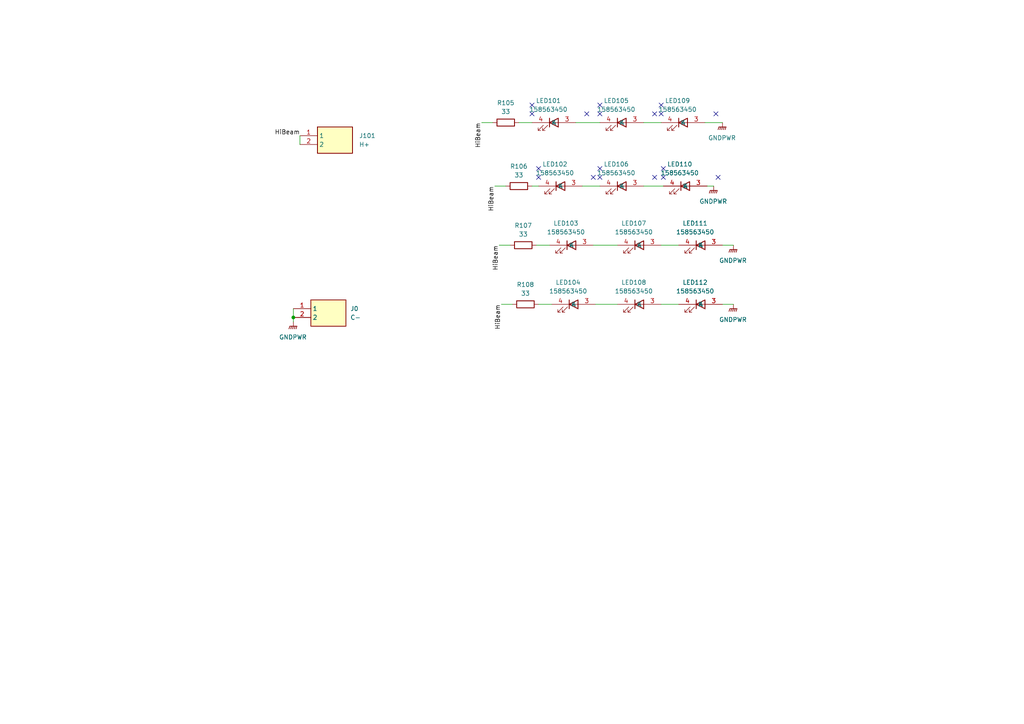
<source format=kicad_sch>
(kicad_sch (version 20211123) (generator eeschema)
  (paper "A4")
  (lib_symbols
    (symbol "19705-4303_1"
      (property "Reference" "J?" (at 16.51 7.62 0))
      (property "Value" "19705-4303_1" (at 16.51 5.08 0))
      (symbol "19705-4303_1_1_1"
        (rectangle (start 5.08 2.54) (end 15.24 -5.08) (stroke (width 0.254)) (fill (type background)))
        (pin passive line (at 0 0 0) (length 5.08) (name "1") (number "1"))
        (pin passive line (at 0 -2.54 0) (length 5.08) (name "2") (number "2"))
      )
    )
    (symbol "Device:R" (pin_numbers hide) (pin_names (offset 0))
      (property "Reference" "R" (at 2.032 0 90))
      (property "Value" "R" (at 0 0 90))
      (symbol "R_0_1"
        (rectangle (start -1.016 -2.54) (end 1.016 2.54) (stroke (width 0.254)))
      )
      (symbol "R_1_1"
        (pin passive line (at 0 3.81 270) (length 1.27) (name "~") (number "1"))
        (pin passive line (at 0 -3.81 90) (length 1.27) (name "~") (number "2"))
      )
    )
    (symbol "SpadeLugs:19705-4303"
      (property "Value" "19705-4303" (at 0 0 0))
      (property "Reference_1" "J" (at 16.51 7.62 0))
      (property "Value_1" "19705-4303" (at 16.51 5.08 0))
      (symbol "19705-4303_1_1"
        (rectangle (start 5.08 2.54) (end 15.24 -5.08) (stroke (width 0.254)) (fill (type background)))
        (pin passive line (at 0 0 0) (length 5.08) (name "1") (number "1"))
        (pin passive line (at 0 -2.54 0) (length 5.08) (name "2") (number "2"))
      )
    )
    (symbol "WhiteLEDS:158563450"
      (property "Reference" "LED?" (at 0 0 0))
      (property "Value" "158563450" (at 1.27 1.905 0))
      (symbol "158563450_0_1"
        (polyline (pts (xy 5.08 -6.35) (xy 5.08 -3.81)) (stroke (width 0.254)))
        (polyline (pts (xy 5.08 -5.08) (xy 7.62 -5.08)))
        (polyline (pts (xy 7.62 -6.35) (xy 7.62 -3.81) (xy 5.08 -5.08) (xy 7.62 -6.35)) (stroke (width 0.254)))
        (polyline (pts (xy 3.302 -5.842) (xy 1.778 -7.366) (xy 2.54 -7.366) (xy 1.778 -7.366) (xy 1.778 -6.604)))
        (polyline (pts (xy 4.572 -5.842) (xy 3.048 -7.366) (xy 3.81 -7.366) (xy 3.048 -7.366) (xy 3.048 -6.604)))
      )
      (symbol "158563450_1_1"
        (pin passive line (at 0 0 0) (length 5.08) hide (name "NC_1") (number "1"))
        (pin passive line (at 0 -2.54 0) (length 5.08) hide (name "NC_2") (number "2"))
        (pin passive line (at 12.7 -5.08 180) (length 5.08) (name "A") (number "3"))
        (pin passive line (at 0 -5.08 0) (length 5.08) (name "K") (number "4"))
        (pin passive line (at 15.875 -2.54 180) (length 5.08) hide (name "NC_3") (number "5"))
      )
    )
    (symbol "power:GNDPWR" (power) (pin_names (offset 0))
      (property "Value" "GNDPWR" (at 0 -3.302 0))
      (symbol "GNDPWR_0_1"
        (polyline (pts (xy 0 -1.27) (xy 0 0)))
        (polyline (pts (xy -1.016 -1.27) (xy -1.27 -2.032) (xy -1.27 -2.032)) (stroke (width 0.2032)))
        (polyline (pts (xy -0.508 -1.27) (xy -0.762 -2.032) (xy -0.762 -2.032)) (stroke (width 0.2032)))
        (polyline (pts (xy 0 -1.27) (xy -0.254 -2.032) (xy -0.254 -2.032)) (stroke (width 0.2032)))
        (polyline (pts (xy 0.508 -1.27) (xy 0.254 -2.032) (xy 0.254 -2.032)) (stroke (width 0.2032)))
        (polyline (pts (xy 1.016 -1.27) (xy -1.016 -1.27) (xy -1.016 -1.27)) (stroke (width 0.2032)))
        (polyline (pts (xy 1.016 -1.27) (xy 0.762 -2.032) (xy 0.762 -2.032) (xy 0.762 -2.032)) (stroke (width 0.2032)))
      )
      (symbol "GNDPWR_1_1"
        (pin power_in line (at 0 0 270) (length 0) hide (name "GNDPWR") (number "1"))
      )
    )
  )
  (junction (at 85.09 92.075))
  (no_connect (at 156.21 51.435))
  (no_connect (at 154.305 30.48))
  (no_connect (at 189.865 51.435))
  (no_connect (at 172.085 51.435))
  (no_connect (at 173.99 30.48))
  (no_connect (at 192.405 48.895))
  (no_connect (at 192.405 51.435))
  (no_connect (at 207.645 33.02))
  (no_connect (at 173.99 48.895))
  (no_connect (at 173.99 51.435))
  (no_connect (at 154.305 33.02))
  (no_connect (at 208.28 51.435))
  (no_connect (at 170.18 33.02))
  (no_connect (at 191.77 33.02))
  (no_connect (at 156.21 48.895))
  (no_connect (at 173.99 33.02))
  (no_connect (at 191.77 30.48))
  (no_connect (at 189.865 33.02))
  (wire (pts (xy 204.47 35.56) (xy 209.55 35.56)))
  (wire (pts (xy 154.305 53.975) (xy 156.21 53.975)))
  (wire (pts (xy 156.21 88.265) (xy 160.02 88.265)))
  (wire (pts (xy 205.105 53.975) (xy 207.01 53.975)))
  (wire (pts (xy 209.55 88.265) (xy 212.725 88.265)))
  (wire (pts (xy 209.55 71.12) (xy 212.725 71.12)))
  (wire (pts (xy 86.995 39.37) (xy 86.995 41.91)))
  (wire (pts (xy 155.575 71.12) (xy 159.385 71.12)))
  (wire (pts (xy 143.51 53.975) (xy 146.685 53.975)))
  (wire (pts (xy 150.495 35.56) (xy 154.305 35.56)))
  (wire (pts (xy 85.09 89.535) (xy 85.09 92.075)))
  (wire (pts (xy 139.7 35.56) (xy 142.875 35.56)))
  (wire (pts (xy 172.72 88.265) (xy 179.07 88.265)))
  (wire (pts (xy 191.77 71.12) (xy 196.85 71.12)))
  (wire (pts (xy 186.69 53.975) (xy 192.405 53.975)))
  (wire (pts (xy 172.085 71.12) (xy 179.07 71.12)))
  (wire (pts (xy 85.09 92.075) (xy 85.09 93.345)))
  (wire (pts (xy 191.77 88.265) (xy 196.85 88.265)))
  (wire (pts (xy 168.91 53.975) (xy 173.99 53.975)))
  (wire (pts (xy 144.78 71.12) (xy 147.955 71.12)))
  (wire (pts (xy 186.69 35.56) (xy 191.77 35.56)))
  (wire (pts (xy 145.415 88.265) (xy 148.59 88.265)))
  (wire (pts (xy 167.005 35.56) (xy 173.99 35.56)))
  (label "HiBeam" (at 139.7 35.56 270))
  (label "HiBeam" (at 145.415 88.265 270))
  (label "HiBeam" (at 144.78 71.12 270))
  (label "HiBeam" (at 86.995 39.37 180))
  (label "HiBeam" (at 143.51 53.975 270))
  (symbol (lib_id "Device:R") (at 150.495 53.975 90) (unit 1)
    (property "Reference" "R106" (at 150.495 48.26 90))
    (property "Value" "33" (at 150.495 50.8 90))
    (property "Footprint" "Resistor_SMD:R_2010_5025Metric" (effects hide))
    (property "Mouser Part Number" "652-CR2010-JW-330ELF" (effects hide))
  )
  (symbol (lib_id "WhiteLEDS:158563450") (at 154.305 30.48 0) (unit 1)
    (property "Reference" "LED101" (at 159.0675 29.21 0))
    (property "Value" "158563450" (at 159.0675 31.75 0))
    (property "Footprint" "HiPowerLEDS:158563450" (effects hide))
    (property "Datasheet" "https://datasheet.datasheetarchive.com/originals/distributors/DKDS-9/166243.pdf" (effects hide))
    (property "Height" "0.9" (effects hide))
    (property "Mouser Part Number" "710-158563450" (effects hide))
    (property "Mouser Price/Stock" "https://www.mouser.co.uk/ProductDetail/Wurth-Elektronik/158563450?qs=LlUlMxKIyB0cJrgBz8qjnw%3D%3D" (effects hide))
    (property "Manufacturer_Name" "Wurth Elektronik" (effects hide))
    (property "Manufacturer_Part_Number" "158563450" (effects hide))
  )
  (symbol (lib_id "power:GNDPWR") (at 85.09 93.345 0) (unit 1)
    (property "Reference" "#PWR0101" (effects hide))
    (property "Value" "GNDPWR" (at 84.963 97.79 0))
  )
  (symbol (lib_id "Device:R") (at 146.685 35.56 90) (unit 1)
    (property "Reference" "R105" (at 146.685 29.845 90))
    (property "Value" "33" (at 146.685 32.385 90))
    (property "Footprint" "Resistor_SMD:R_2010_5025Metric" (effects hide))
    (property "Mouser Part Number" "652-CR2010-JW-330ELF" (effects hide))
  )
  (symbol (lib_id "power:GNDPWR") (at 209.55 35.56 0) (unit 1)
    (property "Reference" "#PWR0102" (effects hide))
    (property "Value" "GNDPWR" (at 209.423 40.005 0))
  )
  (symbol (lib_name "19705-4303_1") (lib_id "SpadeLugs:19705-4303") (at 86.995 39.37 0) (unit 1)
    (property "Reference" "J101" (at 104.14 39.3699 0) (effects (justify left)))
    (property "Value" "H+" (at 104.14 41.9099 0) (effects (justify left)))
    (property "Footprint" "SpadeLugs:197054303" (effects hide))
    (property "Datasheet" "https://www.molex.com/pdm_docs/sd/197054303_sd.pdf" (effects hide))
    (property "Height" "10.29" (effects hide))
    (property "Mouser Part Number" "538-19705-4303" (effects hide))
    (property "Mouser Price/Stock" "https://www.mouser.co.uk/ProductDetail/Molex/19705-4303?qs=wUVoC1r15A95qxZWcZMf%252Bw%3D%3D" (effects hide))
    (property "Manufacturer_Name" "Molex" (effects hide))
    (property "Manufacturer_Part_Number" "19705-4303" (effects hide))
  )
  (symbol (lib_id "WhiteLEDS:158563450") (at 156.21 48.895 0) (unit 1)
    (property "Reference" "LED102" (at 160.9725 47.625 0))
    (property "Value" "158563450" (at 160.9725 50.165 0))
    (property "Footprint" "HiPowerLEDS:158563450" (effects hide))
    (property "Datasheet" "https://datasheet.datasheetarchive.com/originals/distributors/DKDS-9/166243.pdf" (effects hide))
    (property "Height" "0.9" (effects hide))
    (property "Mouser Part Number" "710-158563450" (effects hide))
    (property "Mouser Price/Stock" "https://www.mouser.co.uk/ProductDetail/Wurth-Elektronik/158563450?qs=LlUlMxKIyB0cJrgBz8qjnw%3D%3D" (effects hide))
    (property "Manufacturer_Name" "Wurth Elektronik" (effects hide))
    (property "Manufacturer_Part_Number" "158563450" (effects hide))
  )
  (symbol (lib_id "WhiteLEDS:158563450") (at 196.85 66.04 0) (unit 1)
    (property "Reference" "LED111" (at 201.6125 64.77 0))
    (property "Value" "158563450" (at 201.6125 67.31 0))
    (property "Footprint" "HiPowerLEDS:158563450" (effects hide))
    (property "Datasheet" "https://datasheet.datasheetarchive.com/originals/distributors/DKDS-9/166243.pdf" (effects hide))
    (property "Height" "0.9" (effects hide))
    (property "Mouser Part Number" "710-158563450" (effects hide))
    (property "Mouser Price/Stock" "https://www.mouser.co.uk/ProductDetail/Wurth-Elektronik/158563450?qs=LlUlMxKIyB0cJrgBz8qjnw%3D%3D" (effects hide))
    (property "Manufacturer_Name" "Wurth Elektronik" (effects hide))
    (property "Manufacturer_Part_Number" "158563450" (effects hide))
  )
  (symbol (lib_id "Device:R") (at 152.4 88.265 90) (unit 1)
    (property "Reference" "R108" (at 152.4 82.55 90))
    (property "Value" "33" (at 152.4 85.09 90))
    (property "Footprint" "Resistor_SMD:R_2010_5025Metric" (effects hide))
    (property "Mouser Part Number" "652-CR2010-JW-330ELF" (effects hide))
  )
  (symbol (lib_id "WhiteLEDS:158563450") (at 159.385 66.04 0) (unit 1)
    (property "Reference" "LED103" (at 164.1475 64.77 0))
    (property "Value" "158563450" (at 164.1475 67.31 0))
    (property "Footprint" "HiPowerLEDS:158563450" (effects hide))
    (property "Datasheet" "https://datasheet.datasheetarchive.com/originals/distributors/DKDS-9/166243.pdf" (effects hide))
    (property "Height" "0.9" (effects hide))
    (property "Mouser Part Number" "710-158563450" (effects hide))
    (property "Mouser Price/Stock" "https://www.mouser.co.uk/ProductDetail/Wurth-Elektronik/158563450?qs=LlUlMxKIyB0cJrgBz8qjnw%3D%3D" (effects hide))
    (property "Manufacturer_Name" "Wurth Elektronik" (effects hide))
    (property "Manufacturer_Part_Number" "158563450" (effects hide))
  )
  (symbol (lib_id "power:GNDPWR") (at 212.725 71.12 0) (unit 1)
    (property "Reference" "#PWR0104" (effects hide))
    (property "Value" "GNDPWR" (at 212.598 75.565 0))
  )
  (symbol (lib_id "Device:R") (at 151.765 71.12 90) (unit 1)
    (property "Reference" "R107" (at 151.765 65.405 90))
    (property "Value" "33" (at 151.765 67.945 90))
    (property "Footprint" "Resistor_SMD:R_2010_5025Metric" (effects hide))
    (property "Mouser Part Number" "652-CR2010-JW-330ELF" (effects hide))
  )
  (symbol (lib_id "WhiteLEDS:158563450") (at 179.07 66.04 0) (unit 1)
    (property "Reference" "LED107" (at 183.8325 64.77 0))
    (property "Value" "158563450" (at 183.8325 67.31 0))
    (property "Footprint" "HiPowerLEDS:158563450" (effects hide))
    (property "Datasheet" "https://datasheet.datasheetarchive.com/originals/distributors/DKDS-9/166243.pdf" (effects hide))
    (property "Height" "0.9" (effects hide))
    (property "Mouser Part Number" "710-158563450" (effects hide))
    (property "Mouser Price/Stock" "https://www.mouser.co.uk/ProductDetail/Wurth-Elektronik/158563450?qs=LlUlMxKIyB0cJrgBz8qjnw%3D%3D" (effects hide))
    (property "Manufacturer_Name" "Wurth Elektronik" (effects hide))
    (property "Manufacturer_Part_Number" "158563450" (effects hide))
  )
  (symbol (lib_id "WhiteLEDS:158563450") (at 160.02 83.185 0) (unit 1)
    (property "Reference" "LED104" (at 164.7825 81.915 0))
    (property "Value" "158563450" (at 164.7825 84.455 0))
    (property "Footprint" "HiPowerLEDS:158563450" (effects hide))
    (property "Datasheet" "https://datasheet.datasheetarchive.com/originals/distributors/DKDS-9/166243.pdf" (effects hide))
    (property "Height" "0.9" (effects hide))
    (property "Mouser Part Number" "710-158563450" (effects hide))
    (property "Mouser Price/Stock" "https://www.mouser.co.uk/ProductDetail/Wurth-Elektronik/158563450?qs=LlUlMxKIyB0cJrgBz8qjnw%3D%3D" (effects hide))
    (property "Manufacturer_Name" "Wurth Elektronik" (effects hide))
    (property "Manufacturer_Part_Number" "158563450" (effects hide))
  )
  (symbol (lib_id "WhiteLEDS:158563450") (at 191.77 30.48 0) (unit 1)
    (property "Reference" "LED109" (at 196.5325 29.21 0))
    (property "Value" "158563450" (at 196.5325 31.75 0))
    (property "Footprint" "HiPowerLEDS:158563450" (effects hide))
    (property "Datasheet" "https://datasheet.datasheetarchive.com/originals/distributors/DKDS-9/166243.pdf" (effects hide))
    (property "Height" "0.9" (effects hide))
    (property "Mouser Part Number" "710-158563450" (effects hide))
    (property "Mouser Price/Stock" "https://www.mouser.co.uk/ProductDetail/Wurth-Elektronik/158563450?qs=LlUlMxKIyB0cJrgBz8qjnw%3D%3D" (effects hide))
    (property "Manufacturer_Name" "Wurth Elektronik" (effects hide))
    (property "Manufacturer_Part_Number" "158563450" (effects hide))
  )
  (symbol (lib_id "power:GNDPWR") (at 212.725 88.265 0) (unit 1)
    (property "Reference" "#PWR0105" (effects hide))
    (property "Value" "GNDPWR" (at 212.598 92.71 0))
  )
  (symbol (lib_id "WhiteLEDS:158563450") (at 196.85 83.185 0) (unit 1)
    (property "Reference" "LED112" (at 201.6125 81.915 0))
    (property "Value" "158563450" (at 201.6125 84.455 0))
    (property "Footprint" "HiPowerLEDS:158563450" (effects hide))
    (property "Datasheet" "https://datasheet.datasheetarchive.com/originals/distributors/DKDS-9/166243.pdf" (effects hide))
    (property "Height" "0.9" (effects hide))
    (property "Mouser Part Number" "710-158563450" (effects hide))
    (property "Mouser Price/Stock" "https://www.mouser.co.uk/ProductDetail/Wurth-Elektronik/158563450?qs=LlUlMxKIyB0cJrgBz8qjnw%3D%3D" (effects hide))
    (property "Manufacturer_Name" "Wurth Elektronik" (effects hide))
    (property "Manufacturer_Part_Number" "158563450" (effects hide))
  )
  (symbol (lib_id "WhiteLEDS:158563450") (at 173.99 30.48 0) (unit 1)
    (property "Reference" "LED105" (at 178.7525 29.21 0))
    (property "Value" "158563450" (at 178.7525 31.75 0))
    (property "Footprint" "HiPowerLEDS:158563450" (effects hide))
    (property "Datasheet" "https://datasheet.datasheetarchive.com/originals/distributors/DKDS-9/166243.pdf" (effects hide))
    (property "Height" "0.9" (effects hide))
    (property "Mouser Part Number" "710-158563450" (effects hide))
    (property "Mouser Price/Stock" "https://www.mouser.co.uk/ProductDetail/Wurth-Elektronik/158563450?qs=LlUlMxKIyB0cJrgBz8qjnw%3D%3D" (effects hide))
    (property "Manufacturer_Name" "Wurth Elektronik" (effects hide))
    (property "Manufacturer_Part_Number" "158563450" (effects hide))
  )
  (symbol (lib_id "WhiteLEDS:158563450") (at 173.99 48.895 0) (unit 1)
    (property "Reference" "LED106" (at 178.7525 47.625 0))
    (property "Value" "158563450" (at 178.7525 50.165 0))
    (property "Footprint" "HiPowerLEDS:158563450" (effects hide))
    (property "Datasheet" "https://datasheet.datasheetarchive.com/originals/distributors/DKDS-9/166243.pdf" (effects hide))
    (property "Height" "0.9" (effects hide))
    (property "Mouser Part Number" "710-158563450" (effects hide))
    (property "Mouser Price/Stock" "https://www.mouser.co.uk/ProductDetail/Wurth-Elektronik/158563450?qs=LlUlMxKIyB0cJrgBz8qjnw%3D%3D" (effects hide))
    (property "Manufacturer_Name" "Wurth Elektronik" (effects hide))
    (property "Manufacturer_Part_Number" "158563450" (effects hide))
  )
  (symbol (lib_id "SpadeLugs:19705-4303") (at 85.09 89.535 0) (unit 1)
    (property "Reference" "J0" (at 101.6 89.5349 0) (effects (justify left)))
    (property "Value" "C-" (at 101.6 92.0749 0) (effects (justify left)))
    (property "Footprint" "SpadeLugs:197054303" (effects hide))
    (property "Reference_1" "J" (effects hide))
    (property "Value_1" "19705-4303" (effects hide))
    (property "Footprint_1" "197054303" (effects hide))
    (property "Datasheet_1" "https://www.molex.com/pdm_docs/sd/197054303_sd.pdf" (effects hide))
    (property "Height" "10.29" (effects hide))
    (property "Mouser Part Number" "538-19705-4303" (effects hide))
    (property "Mouser Price/Stock" "https://www.mouser.co.uk/ProductDetail/Molex/19705-4303?qs=wUVoC1r15A95qxZWcZMf%252Bw%3D%3D" (effects hide))
    (property "Manufacturer_Name" "Molex" (effects hide))
    (property "Manufacturer_Part_Number" "19705-4303" (effects hide))
  )
  (symbol (lib_id "power:GNDPWR") (at 207.01 53.975 0) (unit 1)
    (property "Reference" "#PWR0103" (effects hide))
    (property "Value" "GNDPWR" (at 206.883 58.42 0))
  )
  (symbol (lib_id "WhiteLEDS:158563450") (at 179.07 83.185 0) (unit 1)
    (property "Reference" "LED108" (at 183.8325 81.915 0))
    (property "Value" "158563450" (at 183.8325 84.455 0))
    (property "Footprint" "HiPowerLEDS:158563450" (effects hide))
    (property "Datasheet" "https://datasheet.datasheetarchive.com/originals/distributors/DKDS-9/166243.pdf" (effects hide))
    (property "Height" "0.9" (effects hide))
    (property "Mouser Part Number" "710-158563450" (effects hide))
    (property "Mouser Price/Stock" "https://www.mouser.co.uk/ProductDetail/Wurth-Elektronik/158563450?qs=LlUlMxKIyB0cJrgBz8qjnw%3D%3D" (effects hide))
    (property "Manufacturer_Name" "Wurth Elektronik" (effects hide))
    (property "Manufacturer_Part_Number" "158563450" (effects hide))
  )
  (symbol (lib_id "WhiteLEDS:158563450") (at 192.405 48.895 0) (unit 1)
    (property "Reference" "LED110" (at 197.1675 47.625 0))
    (property "Value" "158563450" (at 197.1675 50.165 0))
    (property "Footprint" "HiPowerLEDS:158563450" (effects hide))
    (property "Datasheet" "https://datasheet.datasheetarchive.com/originals/distributors/DKDS-9/166243.pdf" (effects hide))
    (property "Height" "0.9" (effects hide))
    (property "Mouser Part Number" "710-158563450" (effects hide))
    (property "Mouser Price/Stock" "https://www.mouser.co.uk/ProductDetail/Wurth-Elektronik/158563450?qs=LlUlMxKIyB0cJrgBz8qjnw%3D%3D" (effects hide))
    (property "Manufacturer_Name" "Wurth Elektronik" (effects hide))
    (property "Manufacturer_Part_Number" "158563450" (effects hide))
  )
)
</source>
